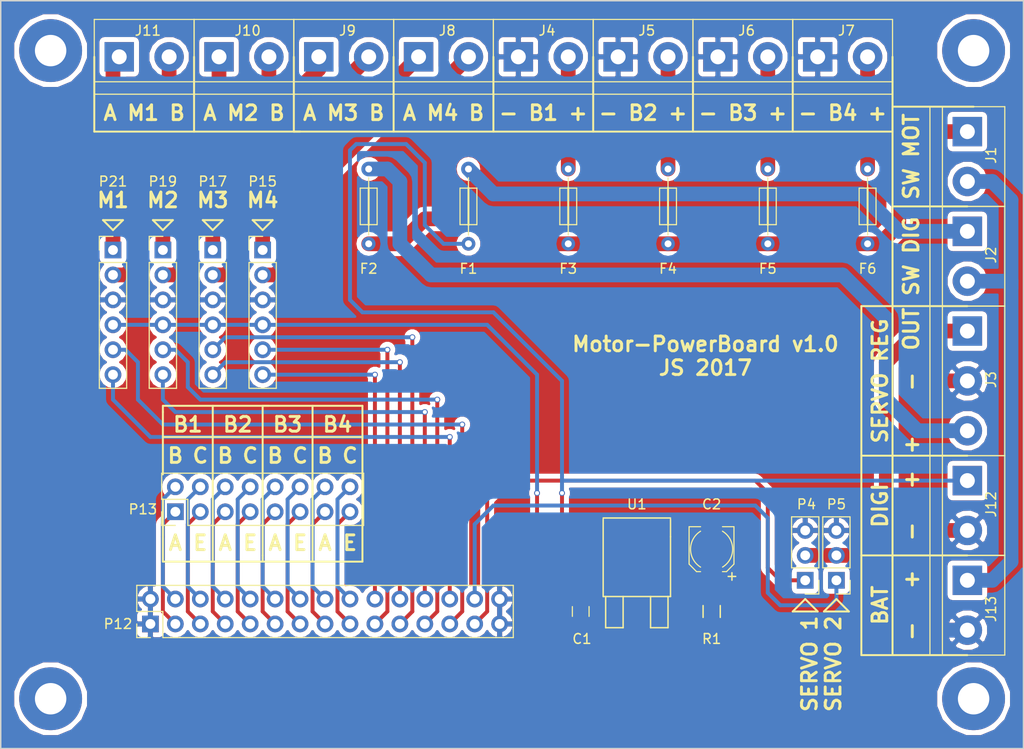
<source format=kicad_pcb>
(kicad_pcb (version 4) (host pcbnew 4.0.5)
  (layers (0 F.Cu signal) (31 B.Cu signal) (34 B.Paste user) (35 F.Paste user) (36 B.SilkS user) (37 F.SilkS user) (38 B.Mask user) (39 F.Mask user) (44 Edge.Cuts user))
  (net 0 "")
  (net 1 "Net-(C1-Pad1)")
  (net 2 GND)
  (net 3 "Net-(C2-Pad1)")
  (net 4 "Net-(F1-Pad2)")
  (net 5 "Net-(F2-Pad1)")
  (net 6 "Net-(F2-Pad2)")
  (net 7 "Net-(F3-Pad1)")
  (net 8 "Net-(F4-Pad1)")
  (net 9 "Net-(F5-Pad1)")
  (net 10 "Net-(F6-Pad1)")
  (net 11 "Net-(J1-Pad2)")
  (net 12 +6V)
  (net 13 "Net-(J8-Pad2)")
  (net 14 "Net-(J8-Pad1)")
  (net 15 "Net-(J9-Pad2)")
  (net 16 "Net-(J9-Pad1)")
  (net 17 "Net-(J10-Pad2)")
  (net 18 "Net-(J10-Pad1)")
  (net 19 "Net-(J11-Pad2)")
  (net 20 "Net-(J11-Pad1)")
  (net 21 /SERVO1)
  (net 22 /SERVO2)
  (net 23 /M1A)
  (net 24 /M1B)
  (net 25 /M1EN)
  (net 26 /M1AN)
  (net 27 /M2A)
  (net 28 /M2B)
  (net 29 /M2EN)
  (net 30 /M2AN)
  (net 31 /M3A)
  (net 32 /M3B)
  (net 33 /M3EN)
  (net 34 /M3AN)
  (net 35 /M4A)
  (net 36 /M4B)
  (net 37 /M4EN)
  (net 38 /M4AN)
  (net 39 /ENC1A)
  (net 40 /ENC1B)
  (net 41 /ENC2A)
  (net 42 /ENC2B)
  (net 43 /ENC3A)
  (net 44 /ENC3B)
  (net 45 /ENC4A)
  (net 46 /ENC4B)
  (net 47 +3V3)
  (module Resistors_THT:R_Axial_DIN0204_L3.6mm_D1.6mm_P7.62mm_Horizontal (layer F.Cu) (at 122.555 80.645 270)
    (fp_text reference F6 (at 10.16 0 360) (layer F.SilkS))
    (fp_text value Polyfuse)
    (pad 1 thru_hole circle (at 0 0 270) (size 1.4 1.4) (drill 0.7) (layers *.Cu *.Mask) (net 10 "Net-(F6-Pad1)"))
    (pad 2 thru_hole oval (at 7.62 0 270) (size 1.4 1.4) (drill 0.7) (layers *.Cu *.Mask) (net 6 "Net-(F2-Pad2)"))
  )
  (module Resistors_THT:R_Axial_DIN0204_L3.6mm_D1.6mm_P7.62mm_Horizontal (layer F.Cu) (at 112.395 80.645 270)
    (fp_text reference F5 (at 10.16 0 360) (layer F.SilkS))
    (fp_text value Polyfuse)
    (pad 1 thru_hole circle (at 0 0 270) (size 1.4 1.4) (drill 0.7) (layers *.Cu *.Mask) (net 9 "Net-(F5-Pad1)"))
    (pad 2 thru_hole oval (at 7.62 0 270) (size 1.4 1.4) (drill 0.7) (layers *.Cu *.Mask) (net 6 "Net-(F2-Pad2)"))
  )
  (module Resistors_THT:R_Axial_DIN0204_L3.6mm_D1.6mm_P7.62mm_Horizontal (layer F.Cu) (at 102.235 80.645 270)
    (fp_text reference F4 (at 10.16 0 360) (layer F.SilkS))
    (fp_text value Polyfuse)
    (pad 1 thru_hole circle (at 0 0 270) (size 1.4 1.4) (drill 0.7) (layers *.Cu *.Mask) (net 8 "Net-(F4-Pad1)"))
    (pad 2 thru_hole oval (at 7.62 0 270) (size 1.4 1.4) (drill 0.7) (layers *.Cu *.Mask) (net 6 "Net-(F2-Pad2)"))
  )
  (module Resistors_THT:R_Axial_DIN0204_L3.6mm_D1.6mm_P7.62mm_Horizontal (layer F.Cu) (at 92.075 80.645 270)
    (fp_text reference F3 (at 10.16 0 360) (layer F.SilkS))
    (fp_text value Polyfuse)
    (pad 1 thru_hole circle (at 0 0 270) (size 1.4 1.4) (drill 0.7) (layers *.Cu *.Mask) (net 7 "Net-(F3-Pad1)"))
    (pad 2 thru_hole oval (at 7.62 0 270) (size 1.4 1.4) (drill 0.7) (layers *.Cu *.Mask) (net 6 "Net-(F2-Pad2)"))
  )
  (module Capacitors_SMD:C_0805 (layer F.Cu) (at 93.345 125.73 90)
    (fp_text reference C1 (at -2.794 0.127 180) (layer F.SilkS))
    (fp_text value 100n)
    (pad 1 smd rect (at -1 0 90) (size 1 1.25) (layers F.Cu F.Paste F.Mask) (net 1 "Net-(C1-Pad1)"))
    (pad 2 smd rect (at 1 0 90) (size 1 1.25) (layers F.Cu F.Paste F.Mask) (net 2 GND))
  )
  (module Capacitors_SMD:CP_Elec_4x4.5 (layer F.Cu) (at 106.68 119.38 90)
    (fp_text reference C2 (at 4.572 0 360) (layer F.SilkS))
    (fp_text value 2u2)
    (fp_text user + (at -2.78 1.99 270) (layer F.SilkS))
    (pad 1 smd rect (at -1.8 0 270) (size 2.6 1.6) (layers F.Cu F.Paste F.Mask) (net 3 "Net-(C2-Pad1)"))
    (pad 2 smd rect (at 1.8 0 270) (size 2.6 1.6) (layers F.Cu F.Paste F.Mask) (net 2 GND))
  )
  (module Resistors_THT:R_Axial_DIN0204_L3.6mm_D1.6mm_P7.62mm_Horizontal (layer F.Cu) (at 81.915 88.265 90)
    (fp_text reference F1 (at -2.54 0 180) (layer F.SilkS))
    (fp_text value Polyfuse)
    (pad 1 thru_hole circle (at 0 0 90) (size 1.4 1.4) (drill 0.7) (layers *.Cu *.Mask) (net 1 "Net-(C1-Pad1)"))
    (pad 2 thru_hole oval (at 7.62 0 90) (size 1.4 1.4) (drill 0.7) (layers *.Cu *.Mask) (net 4 "Net-(F1-Pad2)"))
  )
  (module Resistors_THT:R_Axial_DIN0204_L3.6mm_D1.6mm_P7.62mm_Horizontal (layer F.Cu) (at 71.755 80.645 270)
    (fp_text reference F2 (at 10.16 0 360) (layer F.SilkS))
    (fp_text value Polyfuse)
    (pad 1 thru_hole circle (at 0 0 270) (size 1.4 1.4) (drill 0.7) (layers *.Cu *.Mask) (net 5 "Net-(F2-Pad1)"))
    (pad 2 thru_hole oval (at 7.62 0 270) (size 1.4 1.4) (drill 0.7) (layers *.Cu *.Mask) (net 6 "Net-(F2-Pad2)"))
  )
  (module Pin_Headers:Pin_Header_Straight_1x03_Pitch2.54mm (layer F.Cu) (at 116.205 122.555 180)
    (fp_text reference P4 (at -0.127 7.747 180) (layer F.SilkS))
    (fp_text value SERVO1)
    (pad 1 thru_hole rect (at 0 0 180) (size 1.7 1.7) (drill 1) (layers *.Cu *.Mask) (net 21 /SERVO1))
    (pad 2 thru_hole oval (at 0 2.54 180) (size 1.7 1.7) (drill 1) (layers *.Cu *.Mask) (net 12 +6V))
    (pad 3 thru_hole oval (at 0 5.08 180) (size 1.7 1.7) (drill 1) (layers *.Cu *.Mask) (net 2 GND))
  )
  (module Pin_Headers:Pin_Header_Straight_1x03_Pitch2.54mm (layer F.Cu) (at 119.38 122.555 180)
    (fp_text reference P5 (at 0 7.747 180) (layer F.SilkS))
    (fp_text value SERVO2)
    (pad 1 thru_hole rect (at 0 0 180) (size 1.7 1.7) (drill 1) (layers *.Cu *.Mask) (net 22 /SERVO2))
    (pad 2 thru_hole oval (at 0 2.54 180) (size 1.7 1.7) (drill 1) (layers *.Cu *.Mask) (net 12 +6V))
    (pad 3 thru_hole oval (at 0 5.08 180) (size 1.7 1.7) (drill 1) (layers *.Cu *.Mask) (net 2 GND))
  )
  (module Pin_Headers:Pin_Header_Straight_2x15_Pitch2.54mm (layer F.Cu) (at 49.53 127 90)
    (fp_text reference P12 (at 0 -3.302 180) (layer F.SilkS))
    (fp_text value MAIN)
    (pad 1 thru_hole rect (at 0 0 90) (size 1.7 1.7) (drill 1) (layers *.Cu *.Mask) (net 2 GND))
    (pad 2 thru_hole oval (at 2.54 0 90) (size 1.7 1.7) (drill 1) (layers *.Cu *.Mask) (net 2 GND))
    (pad 3 thru_hole oval (at 0 2.54 90) (size 1.7 1.7) (drill 1) (layers *.Cu *.Mask) (net 23 /M1A))
    (pad 4 thru_hole oval (at 2.54 2.54 90) (size 1.7 1.7) (drill 1) (layers *.Cu *.Mask) (net 24 /M1B))
    (pad 5 thru_hole oval (at 0 5.08 90) (size 1.7 1.7) (drill 1) (layers *.Cu *.Mask) (net 25 /M1EN))
    (pad 6 thru_hole oval (at 2.54 5.08 90) (size 1.7 1.7) (drill 1) (layers *.Cu *.Mask) (net 26 /M1AN))
    (pad 7 thru_hole oval (at 0 7.62 90) (size 1.7 1.7) (drill 1) (layers *.Cu *.Mask) (net 27 /M2A))
    (pad 8 thru_hole oval (at 2.54 7.62 90) (size 1.7 1.7) (drill 1) (layers *.Cu *.Mask) (net 28 /M2B))
    (pad 9 thru_hole oval (at 0 10.16 90) (size 1.7 1.7) (drill 1) (layers *.Cu *.Mask) (net 29 /M2EN))
    (pad 10 thru_hole oval (at 2.54 10.16 90) (size 1.7 1.7) (drill 1) (layers *.Cu *.Mask) (net 30 /M2AN))
    (pad 11 thru_hole oval (at 0 12.7 90) (size 1.7 1.7) (drill 1) (layers *.Cu *.Mask) (net 31 /M3A))
    (pad 12 thru_hole oval (at 2.54 12.7 90) (size 1.7 1.7) (drill 1) (layers *.Cu *.Mask) (net 32 /M3B))
    (pad 13 thru_hole oval (at 0 15.24 90) (size 1.7 1.7) (drill 1) (layers *.Cu *.Mask) (net 33 /M3EN))
    (pad 14 thru_hole oval (at 2.54 15.24 90) (size 1.7 1.7) (drill 1) (layers *.Cu *.Mask) (net 34 /M3AN))
    (pad 15 thru_hole oval (at 0 17.78 90) (size 1.7 1.7) (drill 1) (layers *.Cu *.Mask) (net 35 /M4A))
    (pad 16 thru_hole oval (at 2.54 17.78 90) (size 1.7 1.7) (drill 1) (layers *.Cu *.Mask) (net 36 /M4B))
    (pad 17 thru_hole oval (at 0 20.32 90) (size 1.7 1.7) (drill 1) (layers *.Cu *.Mask) (net 37 /M4EN))
    (pad 18 thru_hole oval (at 2.54 20.32 90) (size 1.7 1.7) (drill 1) (layers *.Cu *.Mask) (net 38 /M4AN))
    (pad 19 thru_hole oval (at 0 22.86 90) (size 1.7 1.7) (drill 1) (layers *.Cu *.Mask) (net 39 /ENC1A))
    (pad 20 thru_hole oval (at 2.54 22.86 90) (size 1.7 1.7) (drill 1) (layers *.Cu *.Mask) (net 40 /ENC1B))
    (pad 21 thru_hole oval (at 0 25.4 90) (size 1.7 1.7) (drill 1) (layers *.Cu *.Mask) (net 41 /ENC2A))
    (pad 22 thru_hole oval (at 2.54 25.4 90) (size 1.7 1.7) (drill 1) (layers *.Cu *.Mask) (net 42 /ENC2B))
    (pad 23 thru_hole oval (at 0 27.94 90) (size 1.7 1.7) (drill 1) (layers *.Cu *.Mask) (net 43 /ENC3A))
    (pad 24 thru_hole oval (at 2.54 27.94 90) (size 1.7 1.7) (drill 1) (layers *.Cu *.Mask) (net 44 /ENC3B))
    (pad 25 thru_hole oval (at 0 30.48 90) (size 1.7 1.7) (drill 1) (layers *.Cu *.Mask) (net 45 /ENC4A))
    (pad 26 thru_hole oval (at 2.54 30.48 90) (size 1.7 1.7) (drill 1) (layers *.Cu *.Mask) (net 46 /ENC4B))
    (pad 27 thru_hole oval (at 0 33.02 90) (size 1.7 1.7) (drill 1) (layers *.Cu *.Mask) (net 21 /SERVO1))
    (pad 28 thru_hole oval (at 2.54 33.02 90) (size 1.7 1.7) (drill 1) (layers *.Cu *.Mask) (net 22 /SERVO2))
    (pad 29 thru_hole oval (at 0 35.56 90) (size 1.7 1.7) (drill 1) (layers *.Cu *.Mask) (net 2 GND))
    (pad 30 thru_hole oval (at 2.54 35.56 90) (size 1.7 1.7) (drill 1) (layers *.Cu *.Mask) (net 2 GND))
  )
  (module Pin_Headers:Pin_Header_Straight_2x08_Pitch2.54mm (layer F.Cu) (at 52.07 115.57 90)
    (fp_text reference P13 (at 0.254 -3.302 180) (layer F.SilkS))
    (fp_text value MOTORS)
    (pad 1 thru_hole rect (at 0 0 90) (size 1.7 1.7) (drill 1) (layers *.Cu *.Mask) (net 23 /M1A))
    (pad 2 thru_hole oval (at 2.54 0 90) (size 1.7 1.7) (drill 1) (layers *.Cu *.Mask) (net 24 /M1B))
    (pad 3 thru_hole oval (at 0 2.54 90) (size 1.7 1.7) (drill 1) (layers *.Cu *.Mask) (net 25 /M1EN))
    (pad 4 thru_hole oval (at 2.54 2.54 90) (size 1.7 1.7) (drill 1) (layers *.Cu *.Mask) (net 26 /M1AN))
    (pad 5 thru_hole oval (at 0 5.08 90) (size 1.7 1.7) (drill 1) (layers *.Cu *.Mask) (net 27 /M2A))
    (pad 6 thru_hole oval (at 2.54 5.08 90) (size 1.7 1.7) (drill 1) (layers *.Cu *.Mask) (net 28 /M2B))
    (pad 7 thru_hole oval (at 0 7.62 90) (size 1.7 1.7) (drill 1) (layers *.Cu *.Mask) (net 29 /M2EN))
    (pad 8 thru_hole oval (at 2.54 7.62 90) (size 1.7 1.7) (drill 1) (layers *.Cu *.Mask) (net 30 /M2AN))
    (pad 9 thru_hole oval (at 0 10.16 90) (size 1.7 1.7) (drill 1) (layers *.Cu *.Mask) (net 31 /M3A))
    (pad 10 thru_hole oval (at 2.54 10.16 90) (size 1.7 1.7) (drill 1) (layers *.Cu *.Mask) (net 32 /M3B))
    (pad 11 thru_hole oval (at 0 12.7 90) (size 1.7 1.7) (drill 1) (layers *.Cu *.Mask) (net 33 /M3EN))
    (pad 12 thru_hole oval (at 2.54 12.7 90) (size 1.7 1.7) (drill 1) (layers *.Cu *.Mask) (net 34 /M3AN))
    (pad 13 thru_hole oval (at 0 15.24 90) (size 1.7 1.7) (drill 1) (layers *.Cu *.Mask) (net 35 /M4A))
    (pad 14 thru_hole oval (at 2.54 15.24 90) (size 1.7 1.7) (drill 1) (layers *.Cu *.Mask) (net 36 /M4B))
    (pad 15 thru_hole oval (at 0 17.78 90) (size 1.7 1.7) (drill 1) (layers *.Cu *.Mask) (net 37 /M4EN))
    (pad 16 thru_hole oval (at 2.54 17.78 90) (size 1.7 1.7) (drill 1) (layers *.Cu *.Mask) (net 38 /M4AN))
  )
  (module Pin_Headers:Pin_Header_Straight_1x06_Pitch2.54mm (layer F.Cu) (at 60.96 88.9)
    (fp_text reference P15 (at 0 -6.985) (layer F.SilkS))
    (fp_text value MOTOR1)
    (pad 1 thru_hole rect (at 0 0) (size 1.7 1.7) (drill 1) (layers *.Cu *.Mask) (net 14 "Net-(J8-Pad1)"))
    (pad 2 thru_hole oval (at 0 2.54) (size 1.7 1.7) (drill 1) (layers *.Cu *.Mask) (net 13 "Net-(J8-Pad2)"))
    (pad 3 thru_hole oval (at 0 5.08) (size 1.7 1.7) (drill 1) (layers *.Cu *.Mask) (net 2 GND))
    (pad 4 thru_hole oval (at 0 7.62) (size 1.7 1.7) (drill 1) (layers *.Cu *.Mask) (net 47 +3V3))
    (pad 5 thru_hole oval (at 0 10.16) (size 1.7 1.7) (drill 1) (layers *.Cu *.Mask) (net 39 /ENC1A))
    (pad 6 thru_hole oval (at 0 12.7) (size 1.7 1.7) (drill 1) (layers *.Cu *.Mask) (net 40 /ENC1B))
  )
  (module Pin_Headers:Pin_Header_Straight_1x06_Pitch2.54mm (layer F.Cu) (at 55.88 88.9)
    (fp_text reference P17 (at 0 -6.985) (layer F.SilkS))
    (fp_text value MOTOR2)
    (pad 1 thru_hole rect (at 0 0) (size 1.7 1.7) (drill 1) (layers *.Cu *.Mask) (net 16 "Net-(J9-Pad1)"))
    (pad 2 thru_hole oval (at 0 2.54) (size 1.7 1.7) (drill 1) (layers *.Cu *.Mask) (net 15 "Net-(J9-Pad2)"))
    (pad 3 thru_hole oval (at 0 5.08) (size 1.7 1.7) (drill 1) (layers *.Cu *.Mask) (net 2 GND))
    (pad 4 thru_hole oval (at 0 7.62) (size 1.7 1.7) (drill 1) (layers *.Cu *.Mask) (net 47 +3V3))
    (pad 5 thru_hole oval (at 0 10.16) (size 1.7 1.7) (drill 1) (layers *.Cu *.Mask) (net 41 /ENC2A))
    (pad 6 thru_hole oval (at 0 12.7) (size 1.7 1.7) (drill 1) (layers *.Cu *.Mask) (net 42 /ENC2B))
  )
  (module Pin_Headers:Pin_Header_Straight_1x06_Pitch2.54mm (layer F.Cu) (at 50.8 88.9)
    (fp_text reference P19 (at 0 -6.985) (layer F.SilkS))
    (fp_text value MOTOR3)
    (pad 1 thru_hole rect (at 0 0) (size 1.7 1.7) (drill 1) (layers *.Cu *.Mask) (net 18 "Net-(J10-Pad1)"))
    (pad 2 thru_hole oval (at 0 2.54) (size 1.7 1.7) (drill 1) (layers *.Cu *.Mask) (net 17 "Net-(J10-Pad2)"))
    (pad 3 thru_hole oval (at 0 5.08) (size 1.7 1.7) (drill 1) (layers *.Cu *.Mask) (net 2 GND))
    (pad 4 thru_hole oval (at 0 7.62) (size 1.7 1.7) (drill 1) (layers *.Cu *.Mask) (net 47 +3V3))
    (pad 5 thru_hole oval (at 0 10.16) (size 1.7 1.7) (drill 1) (layers *.Cu *.Mask) (net 43 /ENC3A))
    (pad 6 thru_hole oval (at 0 12.7) (size 1.7 1.7) (drill 1) (layers *.Cu *.Mask) (net 44 /ENC3B))
  )
  (module Pin_Headers:Pin_Header_Straight_1x06_Pitch2.54mm (layer F.Cu) (at 45.72 88.9)
    (fp_text reference P21 (at 0 -6.985) (layer F.SilkS))
    (fp_text value MOTOR4)
    (pad 1 thru_hole rect (at 0 0) (size 1.7 1.7) (drill 1) (layers *.Cu *.Mask) (net 20 "Net-(J11-Pad1)"))
    (pad 2 thru_hole oval (at 0 2.54) (size 1.7 1.7) (drill 1) (layers *.Cu *.Mask) (net 19 "Net-(J11-Pad2)"))
    (pad 3 thru_hole oval (at 0 5.08) (size 1.7 1.7) (drill 1) (layers *.Cu *.Mask) (net 2 GND))
    (pad 4 thru_hole oval (at 0 7.62) (size 1.7 1.7) (drill 1) (layers *.Cu *.Mask) (net 47 +3V3))
    (pad 5 thru_hole oval (at 0 10.16) (size 1.7 1.7) (drill 1) (layers *.Cu *.Mask) (net 45 /ENC4A))
    (pad 6 thru_hole oval (at 0 12.7) (size 1.7 1.7) (drill 1) (layers *.Cu *.Mask) (net 46 /ENC4B))
  )
  (module Resistors_SMD:R_0805 (layer F.Cu) (at 106.68 125.73 90)
    (fp_text reference R1 (at -2.794 0 180) (layer F.SilkS))
    (fp_text value 1R)
    (pad 1 smd rect (at -0.95 0 90) (size 0.7 1.3) (layers F.Cu F.Paste F.Mask) (net 47 +3V3))
    (pad 2 smd rect (at 0.95 0 90) (size 0.7 1.3) (layers F.Cu F.Paste F.Mask) (net 3 "Net-(C2-Pad1)"))
  )
  (module TO_SOT_Packages_SMD:TO-252-2Lead (layer F.Cu) (at 99.06 125.73)
    (fp_text reference U1 (at 0 -10.922) (layer F.SilkS))
    (fp_text value LF33ABDT-TR)
    (pad 1 smd rect (at -2.286 0) (size 1.651 3.048) (layers F.Cu F.Paste F.Mask) (net 1 "Net-(C1-Pad1)"))
    (pad 2 smd rect (at 0 -6.35) (size 6.096 6.096) (layers F.Cu F.Paste F.Mask) (net 2 GND))
    (pad 3 smd rect (at 2.286 0) (size 1.651 3.048) (layers F.Cu F.Paste F.Mask) (net 47 +3V3))
  )
  (module Connectors:bornier2 (layer F.Cu) (at 132.715 76.835 270)
    (fp_text reference J1 (at 2.413 -2.413 270) (layer F.SilkS))
    (fp_text value SWITCH_MOTORS)
    (pad 1 thru_hole rect (at 0 0 270) (size 3 3) (drill 1.52) (layers *.Cu *.Mask) (net 6 "Net-(F2-Pad2)"))
    (pad 2 thru_hole circle (at 5.08 0 270) (size 3 3) (drill 1.52) (layers *.Cu *.Mask) (net 11 "Net-(J1-Pad2)"))
  )
  (module Connectors:bornier2 (layer F.Cu) (at 132.715 86.995 270)
    (fp_text reference J2 (at 2.413 -2.413 270) (layer F.SilkS))
    (fp_text value SWITCH_DIGITAL)
    (pad 1 thru_hole rect (at 0 0 270) (size 3 3) (drill 1.52) (layers *.Cu *.Mask) (net 4 "Net-(F1-Pad2)"))
    (pad 2 thru_hole circle (at 5.08 0 270) (size 3 3) (drill 1.52) (layers *.Cu *.Mask) (net 11 "Net-(J1-Pad2)"))
  )
  (module Connectors:bornier3 (layer F.Cu) (at 132.715 97.155 270)
    (fp_text reference J3 (at 4.953 -2.413 270) (layer F.SilkS))
    (fp_text value POWER_REG_SERVO)
    (pad 1 thru_hole rect (at 0 0 270) (size 3 3) (drill 1.52) (layers *.Cu *.Mask) (net 12 +6V))
    (pad 2 thru_hole circle (at 5.08 0 270) (size 3 3) (drill 1.52) (layers *.Cu *.Mask) (net 2 GND))
    (pad 3 thru_hole circle (at 10.16 0 270) (size 3 3) (drill 1.52) (layers *.Cu *.Mask) (net 5 "Net-(F2-Pad1)"))
  )
  (module Connectors:bornier2 (layer F.Cu) (at 86.995 69.215)
    (fp_text reference J4 (at 2.921 -2.667) (layer F.SilkS))
    (fp_text value POWER_BRIDGE1)
    (pad 1 thru_hole rect (at 0 0) (size 3 3) (drill 1.52) (layers *.Cu *.Mask) (net 2 GND))
    (pad 2 thru_hole circle (at 5.08 0) (size 3 3) (drill 1.52) (layers *.Cu *.Mask) (net 7 "Net-(F3-Pad1)"))
  )
  (module Connectors:bornier2 (layer F.Cu) (at 97.155 69.215)
    (fp_text reference J5 (at 2.921 -2.667) (layer F.SilkS))
    (fp_text value POWER_BRIDGE2)
    (pad 1 thru_hole rect (at 0 0) (size 3 3) (drill 1.52) (layers *.Cu *.Mask) (net 2 GND))
    (pad 2 thru_hole circle (at 5.08 0) (size 3 3) (drill 1.52) (layers *.Cu *.Mask) (net 8 "Net-(F4-Pad1)"))
  )
  (module Connectors:bornier2 (layer F.Cu) (at 107.315 69.215)
    (fp_text reference J6 (at 2.921 -2.667) (layer F.SilkS))
    (fp_text value POWER_BRIDGE3)
    (pad 1 thru_hole rect (at 0 0) (size 3 3) (drill 1.52) (layers *.Cu *.Mask) (net 2 GND))
    (pad 2 thru_hole circle (at 5.08 0) (size 3 3) (drill 1.52) (layers *.Cu *.Mask) (net 9 "Net-(F5-Pad1)"))
  )
  (module Connectors:bornier2 (layer F.Cu) (at 117.475 69.215)
    (fp_text reference J7 (at 2.921 -2.667) (layer F.SilkS))
    (fp_text value POWER_BRIDGE4)
    (pad 1 thru_hole rect (at 0 0) (size 3 3) (drill 1.52) (layers *.Cu *.Mask) (net 2 GND))
    (pad 2 thru_hole circle (at 5.08 0) (size 3 3) (drill 1.52) (layers *.Cu *.Mask) (net 10 "Net-(F6-Pad1)"))
  )
  (module Connectors:bornier2 (layer F.Cu) (at 76.835 69.215)
    (fp_text reference J8 (at 2.921 -2.667) (layer F.SilkS))
    (fp_text value OUT-BRIDGE1)
    (pad 1 thru_hole rect (at 0 0) (size 3 3) (drill 1.52) (layers *.Cu *.Mask) (net 14 "Net-(J8-Pad1)"))
    (pad 2 thru_hole circle (at 5.08 0) (size 3 3) (drill 1.52) (layers *.Cu *.Mask) (net 13 "Net-(J8-Pad2)"))
  )
  (module Connectors:bornier2 (layer F.Cu) (at 66.675 69.215)
    (fp_text reference J9 (at 2.921 -2.667) (layer F.SilkS))
    (fp_text value OUT-BRIDGE2)
    (pad 1 thru_hole rect (at 0 0) (size 3 3) (drill 1.52) (layers *.Cu *.Mask) (net 16 "Net-(J9-Pad1)"))
    (pad 2 thru_hole circle (at 5.08 0) (size 3 3) (drill 1.52) (layers *.Cu *.Mask) (net 15 "Net-(J9-Pad2)"))
  )
  (module Connectors:bornier2 (layer F.Cu) (at 56.515 69.215)
    (fp_text reference J10 (at 2.921 -2.667) (layer F.SilkS))
    (fp_text value OUT-BRIDGE3)
    (pad 1 thru_hole rect (at 0 0) (size 3 3) (drill 1.52) (layers *.Cu *.Mask) (net 18 "Net-(J10-Pad1)"))
    (pad 2 thru_hole circle (at 5.08 0) (size 3 3) (drill 1.52) (layers *.Cu *.Mask) (net 17 "Net-(J10-Pad2)"))
  )
  (module Connectors:bornier2 (layer F.Cu) (at 46.355 69.215)
    (fp_text reference J11 (at 2.921 -2.667) (layer F.SilkS))
    (fp_text value OUT-BRIDGE4)
    (pad 1 thru_hole rect (at 0 0) (size 3 3) (drill 1.52) (layers *.Cu *.Mask) (net 20 "Net-(J11-Pad1)"))
    (pad 2 thru_hole circle (at 5.08 0) (size 3 3) (drill 1.52) (layers *.Cu *.Mask) (net 19 "Net-(J11-Pad2)"))
  )
  (module Connectors:bornier2 (layer F.Cu) (at 132.715 112.395 270)
    (fp_text reference J12 (at 2.413 -2.413 270) (layer F.SilkS))
    (fp_text value DIGITAL_POWER)
    (pad 1 thru_hole rect (at 0 0 270) (size 3 3) (drill 1.52) (layers *.Cu *.Mask) (net 1 "Net-(C1-Pad1)"))
    (pad 2 thru_hole circle (at 5.08 0 270) (size 3 3) (drill 1.52) (layers *.Cu *.Mask) (net 2 GND))
  )
  (module Connectors:bornier2 (layer F.Cu) (at 132.715 122.555 270)
    (fp_text reference J13 (at 2.921 -2.413 270) (layer F.SilkS))
    (fp_text value BATTERY)
    (pad 1 thru_hole rect (at 0 0 270) (size 3 3) (drill 1.52) (layers *.Cu *.Mask) (net 11 "Net-(J1-Pad2)"))
    (pad 2 thru_hole circle (at 5.08 0 270) (size 3 3) (drill 1.52) (layers *.Cu *.Mask) (net 2 GND))
  )
  (module Mounting_Holes:MountingHole_3.2mm_M3_Pad (layer F.Cu) (at 133.35 68.58)
    (fp_text reference "" (at 0 -4.2) (layer F.SilkS))
    (fp_text value MountingHole_3.2mm_M3_Pad)
    (pad 1 thru_hole circle (at 0 0) (size 6.4 6.4) (drill 3.2) (layers *.Cu *.Mask))
  )
  (module Mounting_Holes:MountingHole_3.2mm_M3_Pad (layer F.Cu) (at 39.37 68.58)
    (fp_text reference "" (at 0 -4.2) (layer F.SilkS))
    (fp_text value MountingHole_3.2mm_M3_Pad)
    (pad 1 thru_hole circle (at 0 0) (size 6.4 6.4) (drill 3.2) (layers *.Cu *.Mask))
  )
  (module Mounting_Holes:MountingHole_3.2mm_M3_Pad (layer F.Cu) (at 39.37 134.62)
    (fp_text reference "" (at 0 -4.2) (layer F.SilkS))
    (fp_text value MountingHole_3.2mm_M3_Pad)
    (pad 1 thru_hole circle (at 0 0) (size 6.4 6.4) (drill 3.2) (layers *.Cu *.Mask))
  )
  (module Mounting_Holes:MountingHole_3.2mm_M3_Pad (layer F.Cu) (at 133.35 134.62)
    (fp_text reference "" (at 0 -4.2) (layer F.SilkS))
    (fp_text value MountingHole_3.2mm_M3_Pad)
    (pad 1 thru_hole circle (at 0 0) (size 6.4 6.4) (drill 3.2) (layers *.Cu *.Mask))
  )
  (gr_text "Motor-PowerBoard v1.0\nJS 2017" (at 106.045 99.695) (layer F.SilkS) (effects (font (size 1.5 1.5) (thickness 0.3))))
  (gr_line (start 34.29 139.7) (end 34.29 63.5) (angle 90) (layer Edge.Cuts) (width 0.15))
  (gr_line (start 138.43 139.7) (end 34.29 139.7) (angle 90) (layer Edge.Cuts) (width 0.15))
  (gr_line (start 138.43 63.5) (end 138.43 139.7) (angle 90) (layer Edge.Cuts) (width 0.15))
  (gr_line (start 34.29 63.5) (end 138.43 63.5) (angle 90) (layer Edge.Cuts) (width 0.15))
  (gr_line (start 55.88 107.95) (end 55.88 104.775) (angle 90) (layer F.SilkS) (width 0.2))
  (gr_line (start 60.96 104.775) (end 61.595 104.775) (angle 90) (layer F.SilkS) (width 0.2))
  (gr_line (start 60.96 107.95) (end 60.96 104.775) (angle 90) (layer F.SilkS) (width 0.2))
  (gr_line (start 66.04 107.95) (end 66.04 104.775) (angle 90) (layer F.SilkS) (width 0.2))
  (gr_line (start 71.12 104.775) (end 71.12 107.95) (angle 90) (layer F.SilkS) (width 0.2))
  (gr_line (start 50.8 104.775) (end 71.12 104.775) (angle 90) (layer F.SilkS) (width 0.2))
  (gr_line (start 50.8 105.41) (end 50.8 104.775) (angle 90) (layer F.SilkS) (width 0.2))
  (gr_line (start 50.8 107.95) (end 50.8 105.41) (angle 90) (layer F.SilkS) (width 0.2))
  (gr_text B4 (at 68.58 106.68) (layer F.SilkS) (effects (font (size 1.5 1.5) (thickness 0.3))))
  (gr_text B3 (at 63.5 106.68) (layer F.SilkS) (effects (font (size 1.5 1.5) (thickness 0.3))))
  (gr_text B2 (at 58.42 106.68) (layer F.SilkS) (effects (font (size 1.5 1.5) (thickness 0.3))))
  (gr_text B1 (at 53.34 106.68) (layer F.SilkS) (effects (font (size 1.5 1.5) (thickness 0.3))))
  (gr_line (start 121.92 130.175) (end 125.095 130.175) (angle 90) (layer F.SilkS) (width 0.2))
  (gr_line (start 121.92 120.015) (end 121.92 130.175) (angle 90) (layer F.SilkS) (width 0.2))
  (gr_text BAT (at 123.825 125.095 90) (layer F.SilkS) (effects (font (size 1.5 1.5) (thickness 0.3))))
  (gr_text DIGI (at 123.825 114.935 90) (layer F.SilkS) (effects (font (size 1.5 1.5) (thickness 0.3))))
  (gr_text "SERVO REG" (at 123.825 102.235 90) (layer F.SilkS) (effects (font (size 1.5 1.5) (thickness 0.3))))
  (gr_line (start 71.755 82.55) (end 71.755 86.36) (angle 90) (layer F.SilkS) (width 0.2))
  (gr_line (start 81.915 86.36) (end 81.915 82.55) (angle 90) (layer F.SilkS) (width 0.2))
  (gr_line (start 92.075 82.55) (end 92.075 86.36) (angle 90) (layer F.SilkS) (width 0.2))
  (gr_line (start 102.235 86.36) (end 102.235 82.55) (angle 90) (layer F.SilkS) (width 0.2))
  (gr_line (start 112.395 86.36) (end 112.395 82.55) (angle 90) (layer F.SilkS) (width 0.2))
  (gr_line (start 122.555 86.36) (end 122.555 82.55) (angle 90) (layer F.SilkS) (width 0.2))
  (gr_line (start 71.12 120.65) (end 66.04 120.65) (angle 90) (layer F.SilkS) (width 0.2))
  (gr_line (start 71.12 107.95) (end 71.12 120.65) (angle 90) (layer F.SilkS) (width 0.2))
  (gr_line (start 66.04 107.95) (end 71.12 107.95) (angle 90) (layer F.SilkS) (width 0.2))
  (gr_line (start 66.04 120.65) (end 60.96 120.65) (angle 90) (layer F.SilkS) (width 0.2))
  (gr_line (start 66.04 107.95) (end 66.04 120.65) (angle 90) (layer F.SilkS) (width 0.2))
  (gr_line (start 60.96 107.95) (end 66.04 107.95) (angle 90) (layer F.SilkS) (width 0.2))
  (gr_line (start 60.96 120.65) (end 55.88 120.65) (angle 90) (layer F.SilkS) (width 0.2))
  (gr_line (start 60.96 120.015) (end 60.96 120.65) (angle 90) (layer F.SilkS) (width 0.2))
  (gr_line (start 60.96 107.95) (end 60.96 120.015) (angle 90) (layer F.SilkS) (width 0.2))
  (gr_line (start 55.88 107.95) (end 60.96 107.95) (angle 90) (layer F.SilkS) (width 0.2))
  (gr_line (start 50.8 120.65) (end 50.8 114.3) (angle 90) (layer F.SilkS) (width 0.2))
  (gr_line (start 55.88 120.65) (end 50.8 120.65) (angle 90) (layer F.SilkS) (width 0.2))
  (gr_line (start 55.88 107.95) (end 55.88 120.65) (angle 90) (layer F.SilkS) (width 0.2))
  (gr_line (start 50.8 107.95) (end 55.88 107.95) (angle 90) (layer F.SilkS) (width 0.2))
  (gr_line (start 50.8 111.76) (end 50.8 107.95) (angle 90) (layer F.SilkS) (width 0.2))
  (gr_line (start 132.715 109.855) (end 121.92 109.855) (angle 90) (layer F.SilkS) (width 0.2))
  (gr_line (start 121.92 120.015) (end 125.095 120.015) (angle 90) (layer F.SilkS) (width 0.2))
  (gr_line (start 121.92 94.615) (end 121.92 120.015) (angle 90) (layer F.SilkS) (width 0.2))
  (gr_line (start 132.715 94.615) (end 121.92 94.615) (angle 90) (layer F.SilkS) (width 0.2))
  (gr_line (start 132.715 84.455) (end 125.095 84.455) (angle 90) (layer F.SilkS) (width 0.2))
  (gr_line (start 125.095 120.015) (end 125.095 120.65) (angle 90) (layer F.SilkS) (width 0.2))
  (gr_line (start 132.715 120.015) (end 125.095 120.015) (angle 90) (layer F.SilkS) (width 0.2))
  (gr_line (start 125.095 130.175) (end 132.715 130.175) (angle 90) (layer F.SilkS) (width 0.2))
  (gr_line (start 125.095 74.295) (end 125.095 130.175) (angle 90) (layer F.SilkS) (width 0.2))
  (gr_line (start 133.35 74.295) (end 125.095 74.295) (angle 90) (layer F.SilkS) (width 0.2))
  (gr_line (start 125.095 76.835) (end 125.095 69.215) (angle 90) (layer F.SilkS) (width 0.2))
  (gr_line (start 53.975 69.215) (end 53.975 76.835) (angle 90) (layer F.SilkS) (width 0.2))
  (gr_line (start 64.135 76.835) (end 64.77 76.835) (angle 90) (layer F.SilkS) (width 0.2))
  (gr_line (start 64.135 69.215) (end 64.135 76.835) (angle 90) (layer F.SilkS) (width 0.2))
  (gr_line (start 74.295 69.215) (end 74.295 76.835) (angle 90) (layer F.SilkS) (width 0.2))
  (gr_line (start 84.455 69.215) (end 84.455 76.835) (angle 90) (layer F.SilkS) (width 0.2))
  (gr_line (start 94.615 69.215) (end 94.615 76.835) (angle 90) (layer F.SilkS) (width 0.2))
  (gr_line (start 104.775 69.215) (end 104.775 76.835) (angle 90) (layer F.SilkS) (width 0.2))
  (gr_line (start 114.935 69.215) (end 114.935 76.835) (angle 90) (layer F.SilkS) (width 0.2))
  (gr_line (start 43.815 76.835) (end 125.095 76.835) (angle 90) (layer F.SilkS) (width 0.2))
  (gr_line (start 43.815 69.215) (end 43.815 76.835) (angle 90) (layer F.SilkS) (width 0.2))
  (gr_text E (at 69.85 118.745) (layer F.SilkS) (effects (font (size 1.5 1.5) (thickness 0.3))))
  (gr_text E (at 64.77 118.745) (layer F.SilkS) (effects (font (size 1.5 1.5) (thickness 0.3))))
  (gr_text E (at 59.69 118.745) (layer F.SilkS) (effects (font (size 1.5 1.5) (thickness 0.3))))
  (gr_text A (at 67.31 118.745) (layer F.SilkS) (effects (font (size 1.5 1.5) (thickness 0.3))))
  (gr_text A (at 62.23 118.745) (layer F.SilkS) (effects (font (size 1.5 1.5) (thickness 0.3))))
  (gr_text A (at 57.15 118.745) (layer F.SilkS) (effects (font (size 1.5 1.5) (thickness 0.3))))
  (gr_text E (at 54.61 118.745) (layer F.SilkS) (effects (font (size 1.5 1.5) (thickness 0.3))))
  (gr_text A (at 52.07 118.745) (layer F.SilkS) (effects (font (size 1.5 1.5) (thickness 0.3))))
  (gr_text C (at 69.85 109.855) (layer F.SilkS) (effects (font (size 1.5 1.5) (thickness 0.3))))
  (gr_text C (at 64.77 109.855) (layer F.SilkS) (effects (font (size 1.5 1.5) (thickness 0.3))))
  (gr_text C (at 59.69 109.855) (layer F.SilkS) (effects (font (size 1.5 1.5) (thickness 0.3))))
  (gr_text B (at 67.31 109.855) (layer F.SilkS) (effects (font (size 1.5 1.5) (thickness 0.3))))
  (gr_text B (at 62.23 109.855) (layer F.SilkS) (effects (font (size 1.5 1.5) (thickness 0.3))))
  (gr_text B (at 52.07 109.855) (layer F.SilkS) (effects (font (size 1.5 1.5) (thickness 0.3))))
  (gr_text C (at 54.61 109.855) (layer F.SilkS) (effects (font (size 1.5 1.5) (thickness 0.3))))
  (gr_text B (at 57.15 109.855) (layer F.SilkS) (effects (font (size 1.5 1.5) (thickness 0.3))))
  (gr_line (start 119.38 124.46) (end 118.11 125.73) (angle 90) (layer F.SilkS) (width 0.2))
  (gr_line (start 120.65 125.73) (end 119.38 124.46) (angle 90) (layer F.SilkS) (width 0.2))
  (gr_line (start 118.11 125.73) (end 120.65 125.73) (angle 90) (layer F.SilkS) (width 0.2))
  (gr_line (start 117.475 125.73) (end 116.205 124.46) (angle 90) (layer F.SilkS) (width 0.2))
  (gr_line (start 116.84 125.73) (end 117.475 125.73) (angle 90) (layer F.SilkS) (width 0.2))
  (gr_line (start 114.935 125.73) (end 116.84 125.73) (angle 90) (layer F.SilkS) (width 0.2))
  (gr_line (start 116.205 124.46) (end 114.935 125.73) (angle 90) (layer F.SilkS) (width 0.2))
  (gr_line (start 59.944 85.852) (end 60.96 86.868) (angle 90) (layer F.SilkS) (width 0.2))
  (gr_line (start 61.976 85.852) (end 59.944 85.852) (angle 90) (layer F.SilkS) (width 0.2))
  (gr_line (start 60.96 86.868) (end 61.976 85.852) (angle 90) (layer F.SilkS) (width 0.2))
  (gr_line (start 54.864 85.852) (end 55.88 86.868) (angle 90) (layer F.SilkS) (width 0.2))
  (gr_line (start 56.896 85.852) (end 54.864 85.852) (angle 90) (layer F.SilkS) (width 0.2))
  (gr_line (start 55.88 86.868) (end 56.896 85.852) (angle 90) (layer F.SilkS) (width 0.2))
  (gr_line (start 49.784 85.852) (end 50.8 86.868) (angle 90) (layer F.SilkS) (width 0.2))
  (gr_line (start 51.816 85.852) (end 49.784 85.852) (angle 90) (layer F.SilkS) (width 0.2))
  (gr_line (start 50.8 86.868) (end 51.816 85.852) (angle 90) (layer F.SilkS) (width 0.2))
  (gr_line (start 44.704 85.852) (end 45.72 86.868) (angle 90) (layer F.SilkS) (width 0.2))
  (gr_line (start 46.736 85.852) (end 44.704 85.852) (angle 90) (layer F.SilkS) (width 0.2))
  (gr_line (start 45.72 86.868) (end 46.736 85.852) (angle 90) (layer F.SilkS) (width 0.2))
  (gr_text "SERVO 1\nSERVO 2" (at 117.856 131.064 90) (layer F.SilkS) (effects (font (size 1.5 1.5) (thickness 0.3))))
  (gr_text "-   +" (at 127 125.095 90) (layer F.SilkS) (effects (font (size 1.5 1.5) (thickness 0.3))))
  (gr_text "-   +" (at 127 114.935 90) (layer F.SilkS) (effects (font (size 1.5 1.5) (thickness 0.3))))
  (gr_text "+    -  OUT" (at 127 102.235 90) (layer F.SilkS) (effects (font (size 1.5 1.5) (thickness 0.3))))
  (gr_text "SW DIG" (at 127 89.535 90) (layer F.SilkS) (effects (font (size 1.5 1.5) (thickness 0.3))))
  (gr_text "SW MOT" (at 127 79.375 90) (layer F.SilkS) (effects (font (size 1.5 1.5) (thickness 0.3))))
  (gr_text M4 (at 60.96 83.82) (layer F.SilkS) (effects (font (size 1.5 1.5) (thickness 0.3))))
  (gr_text M3 (at 55.88 83.82) (layer F.SilkS) (effects (font (size 1.5 1.5) (thickness 0.3))))
  (gr_text M2 (at 50.8 83.82) (layer F.SilkS) (effects (font (size 1.5 1.5) (thickness 0.3))))
  (gr_text M1 (at 45.72 83.82) (layer F.SilkS) (effects (font (size 1.5 1.5) (thickness 0.3))))
  (gr_text "- B4 +" (at 120.015 74.93) (layer F.SilkS) (effects (font (size 1.5 1.5) (thickness 0.3))))
  (gr_text "- B3 +" (at 109.855 74.93) (layer F.SilkS) (effects (font (size 1.5 1.5) (thickness 0.3))))
  (gr_text "- B2 +" (at 99.695 74.93) (layer F.SilkS) (effects (font (size 1.5 1.5) (thickness 0.3))))
  (gr_text "- B1 +" (at 89.535 74.93) (layer F.SilkS) (effects (font (size 1.5 1.5) (thickness 0.3))))
  (gr_text "A M4 B" (at 79.375 74.93) (layer F.SilkS) (effects (font (size 1.5 1.5) (thickness 0.3))))
  (gr_text "A M3 B" (at 69.215 74.93) (layer F.SilkS) (effects (font (size 1.5 1.5) (thickness 0.3))))
  (gr_text "A M2 B" (at 59.055 74.93) (layer F.SilkS) (effects (font (size 1.5 1.5) (thickness 0.3))))
  (gr_text "A M1 B" (at 48.895 74.93) (layer F.SilkS) (effects (font (size 1.5 1.5) (thickness 0.3))))
  (segment (start 132.715 112.395) (end 92.71 112.395) (width 0.4) (layer B.Cu) (net 1))
  (segment (start 92.71 112.395) (end 91.44 112.395) (width 0.4) (layer B.Cu) (net 1))
  (segment (start 81.915 88.265) (end 79.375 88.265) (width 0.4) (layer B.Cu) (net 1))
  (via (at 91.44 113.665) (size 0.6) (drill 0.4) (layers F.Cu B.Cu) (net 1))
  (segment (start 91.44 113.665) (end 91.44 125.73) (width 0.4) (layer F.Cu) (net 1))
  (segment (start 91.44 125.73) (end 92.71 127) (width 0.4) (layer F.Cu) (net 1))
  (segment (start 92.71 127) (end 93.075 127) (width 0.4) (layer F.Cu) (net 1))
  (segment (start 91.44 102.235) (end 91.44 112.395) (width 0.4) (layer B.Cu) (net 1))
  (segment (start 91.44 112.395) (end 91.44 113.665) (width 0.4) (layer B.Cu) (net 1))
  (segment (start 84.455 95.25) (end 91.44 102.235) (width 0.4) (layer B.Cu) (net 1))
  (segment (start 71.12 95.25) (end 84.455 95.25) (width 0.4) (layer B.Cu) (net 1))
  (segment (start 69.85 93.98) (end 71.12 95.25) (width 0.4) (layer B.Cu) (net 1))
  (segment (start 69.85 78.74) (end 69.85 93.98) (width 0.4) (layer B.Cu) (net 1))
  (segment (start 70.485 78.105) (end 69.85 78.74) (width 0.4) (layer B.Cu) (net 1))
  (segment (start 75.565 78.105) (end 70.485 78.105) (width 0.4) (layer B.Cu) (net 1))
  (segment (start 77.47 80.01) (end 75.565 78.105) (width 0.4) (layer B.Cu) (net 1))
  (segment (start 77.47 86.36) (end 77.47 80.01) (width 0.4) (layer B.Cu) (net 1))
  (segment (start 79.375 88.265) (end 77.47 86.36) (width 0.4) (layer B.Cu) (net 1))
  (segment (start 93.075 127) (end 93.345 126.73) (width 0.4) (layer F.Cu) (net 1))
  (segment (start 93.345 126.73) (end 95.774 126.73) (width 0.4) (layer F.Cu) (net 1))
  (segment (start 95.774 126.73) (end 96.774 125.73) (width 0.4) (layer F.Cu) (net 1))
  (segment (start 132.715 127.635) (end 129.159 127.635) (width 1.5) (layer B.Cu) (net 2))
  (segment (start 129.159 127.635) (end 129.032 127.508) (width 1.5) (layer B.Cu) (net 2))
  (segment (start 132.715 127.635) (end 128.905 127.635) (width 1.5) (layer F.Cu) (net 2))
  (segment (start 128.905 127.635) (end 127 125.73) (width 1.5) (layer F.Cu) (net 2))
  (segment (start 127 125.73) (end 127 124.46) (width 1.5) (layer F.Cu) (net 2))
  (segment (start 127 124.46) (end 127 117.475) (width 1.5) (layer F.Cu) (net 2))
  (segment (start 132.715 117.475) (end 127 117.475) (width 1.5) (layer F.Cu) (net 2))
  (segment (start 127 117.475) (end 127 118.11) (width 1.5) (layer F.Cu) (net 2))
  (segment (start 132.715 102.235) (end 128.905 102.235) (width 1.5) (layer F.Cu) (net 2))
  (segment (start 127 104.14) (end 127 118.11) (width 1.5) (layer F.Cu) (net 2))
  (segment (start 128.905 102.235) (end 127 104.14) (width 1.5) (layer F.Cu) (net 2))
  (segment (start 106.68 124.78) (end 106.68 121.18) (width 0.4) (layer F.Cu) (net 3))
  (segment (start 132.715 86.995) (end 125.73 86.995) (width 1.5) (layer B.Cu) (net 4))
  (segment (start 84.455 83.185) (end 81.915 80.645) (width 1.5) (layer B.Cu) (net 4))
  (segment (start 121.92 83.185) (end 84.455 83.185) (width 1.5) (layer B.Cu) (net 4))
  (segment (start 125.73 86.995) (end 121.92 83.185) (width 1.5) (layer B.Cu) (net 4))
  (segment (start 80.01 91.44) (end 78.105 91.44) (width 1.5) (layer B.Cu) (net 5))
  (segment (start 73.66 80.645) (end 74.93 81.915) (width 1.5) (layer B.Cu) (net 5))
  (segment (start 71.755 80.645) (end 73.66 80.645) (width 1.5) (layer B.Cu) (net 5))
  (segment (start 120.015 91.44) (end 80.01 91.44) (width 1.5) (layer B.Cu) (net 5))
  (segment (start 127.635 107.315) (end 132.715 107.315) (width 1.5) (layer B.Cu) (net 5))
  (segment (start 124.46 104.14) (end 127.635 107.315) (width 1.5) (layer B.Cu) (net 5))
  (segment (start 124.46 95.885) (end 124.46 104.14) (width 1.5) (layer B.Cu) (net 5))
  (segment (start 121.92 93.345) (end 124.46 95.885) (width 1.5) (layer B.Cu) (net 5))
  (segment (start 121.92 93.345) (end 120.015 91.44) (width 1.5) (layer B.Cu) (net 5))
  (segment (start 74.93 88.265) (end 74.93 81.915) (width 1.5) (layer B.Cu) (net 5))
  (segment (start 78.105 91.44) (end 74.93 88.265) (width 1.5) (layer B.Cu) (net 5))
  (segment (start 92.075 88.265) (end 88.9 88.265) (width 1.5) (layer F.Cu) (net 6))
  (segment (start 74.93 88.265) (end 71.755 88.265) (width 1.5) (layer F.Cu) (net 6))
  (segment (start 77.47 85.725) (end 74.93 88.265) (width 1.5) (layer F.Cu) (net 6))
  (segment (start 86.36 85.725) (end 77.47 85.725) (width 1.5) (layer F.Cu) (net 6))
  (segment (start 88.9 88.265) (end 86.36 85.725) (width 1.5) (layer F.Cu) (net 6))
  (segment (start 122.555 88.265) (end 123.825 88.265) (width 1.5) (layer F.Cu) (net 6))
  (segment (start 125.73 78.74) (end 127.635 76.835) (width 1.5) (layer F.Cu) (net 6))
  (segment (start 127.635 76.835) (end 132.715 76.835) (width 1.5) (layer F.Cu) (net 6))
  (segment (start 125.73 86.36) (end 125.73 78.74) (width 1.5) (layer F.Cu) (net 6))
  (segment (start 123.825 88.265) (end 125.73 86.36) (width 1.5) (layer F.Cu) (net 6))
  (segment (start 112.395 88.265) (end 122.555 88.265) (width 1.5) (layer F.Cu) (net 6))
  (segment (start 102.235 88.265) (end 112.395 88.265) (width 1.5) (layer F.Cu) (net 6))
  (segment (start 92.075 88.265) (end 102.235 88.265) (width 1.5) (layer F.Cu) (net 6))
  (segment (start 92.075 80.645) (end 92.075 69.215) (width 1.5) (layer F.Cu) (net 7))
  (segment (start 102.235 80.645) (end 102.235 69.215) (width 1.5) (layer F.Cu) (net 8))
  (segment (start 112.395 80.645) (end 112.395 69.215) (width 1.5) (layer F.Cu) (net 9))
  (segment (start 122.555 80.645) (end 122.555 69.215) (width 1.5) (layer F.Cu) (net 10))
  (segment (start 132.715 92.075) (end 137.16 92.075) (width 1.5) (layer B.Cu) (net 11))
  (segment (start 137.16 92.075) (end 137.16 92.71) (width 1.5) (layer B.Cu) (net 11))
  (segment (start 132.715 81.915) (end 135.255 81.915) (width 1.5) (layer B.Cu) (net 11))
  (segment (start 135.255 122.555) (end 137.16 120.65) (width 1.5) (layer B.Cu) (net 11))
  (segment (start 135.255 122.555) (end 132.715 122.555) (width 1.5) (layer B.Cu) (net 11))
  (segment (start 137.16 83.82) (end 137.16 92.71) (width 1.5) (layer B.Cu) (net 11))
  (segment (start 137.16 92.71) (end 137.16 120.65) (width 1.5) (layer B.Cu) (net 11))
  (segment (start 135.255 81.915) (end 137.16 83.82) (width 1.5) (layer B.Cu) (net 11))
  (segment (start 119.38 120.015) (end 121.285 120.015) (width 1.5) (layer F.Cu) (net 12))
  (segment (start 127.635 97.155) (end 132.715 97.155) (width 1.5) (layer F.Cu) (net 12))
  (segment (start 124.46 100.33) (end 127.635 97.155) (width 1.5) (layer F.Cu) (net 12))
  (segment (start 124.46 116.84) (end 124.46 100.33) (width 1.5) (layer F.Cu) (net 12))
  (segment (start 121.285 120.015) (end 124.46 116.84) (width 1.5) (layer F.Cu) (net 12))
  (segment (start 116.205 120.015) (end 119.38 120.015) (width 1.5) (layer F.Cu) (net 12))
  (segment (start 60.96 91.44) (end 62.23 91.44) (width 1.5) (layer F.Cu) (net 13))
  (segment (start 76.2 74.93) (end 81.915 69.215) (width 1.5) (layer F.Cu) (net 13))
  (segment (start 73.66 74.93) (end 76.2 74.93) (width 1.5) (layer F.Cu) (net 13))
  (segment (start 63.5 85.09) (end 73.66 74.93) (width 1.5) (layer F.Cu) (net 13))
  (segment (start 63.5 90.17) (end 63.5 85.09) (width 1.5) (layer F.Cu) (net 13))
  (segment (start 62.23 91.44) (end 63.5 90.17) (width 1.5) (layer F.Cu) (net 13))
  (segment (start 60.96 88.9) (end 60.96 83.82) (width 1.5) (layer F.Cu) (net 14))
  (segment (start 73.66 72.39) (end 76.835 69.215) (width 1.5) (layer F.Cu) (net 14))
  (segment (start 72.39 72.39) (end 73.66 72.39) (width 1.5) (layer F.Cu) (net 14))
  (segment (start 60.96 83.82) (end 72.39 72.39) (width 1.5) (layer F.Cu) (net 14))
  (segment (start 55.88 91.44) (end 57.15 91.44) (width 1.5) (layer F.Cu) (net 15))
  (segment (start 58.42 82.55) (end 71.755 69.215) (width 1.5) (layer F.Cu) (net 15))
  (segment (start 58.42 90.17) (end 58.42 82.55) (width 1.5) (layer F.Cu) (net 15))
  (segment (start 57.15 91.44) (end 58.42 90.17) (width 1.5) (layer F.Cu) (net 15))
  (segment (start 66.675 69.215) (end 66.675 70.485) (width 1.5) (layer F.Cu) (net 16))
  (segment (start 66.675 70.485) (end 55.88 81.28) (width 1.5) (layer F.Cu) (net 16))
  (segment (start 55.88 88.9) (end 55.88 81.28) (width 1.5) (layer F.Cu) (net 16))
  (segment (start 50.8 91.44) (end 52.07 91.44) (width 1.5) (layer F.Cu) (net 17))
  (segment (start 61.595 71.755) (end 61.595 69.215) (width 1.5) (layer F.Cu) (net 17))
  (segment (start 53.34 80.01) (end 61.595 71.755) (width 1.5) (layer F.Cu) (net 17))
  (segment (start 53.34 90.17) (end 53.34 80.01) (width 1.5) (layer F.Cu) (net 17))
  (segment (start 52.07 91.44) (end 53.34 90.17) (width 1.5) (layer F.Cu) (net 17))
  (segment (start 50.8 88.9) (end 50.8 78.74) (width 1.5) (layer F.Cu) (net 18))
  (segment (start 56.515 73.025) (end 56.515 69.215) (width 1.5) (layer F.Cu) (net 18))
  (segment (start 50.8 78.74) (end 56.515 73.025) (width 1.5) (layer F.Cu) (net 18))
  (segment (start 45.72 91.44) (end 46.99 91.44) (width 1.5) (layer F.Cu) (net 19))
  (segment (start 51.435 74.295) (end 51.435 69.215) (width 1.5) (layer F.Cu) (net 19))
  (segment (start 48.26 77.47) (end 51.435 74.295) (width 1.5) (layer F.Cu) (net 19))
  (segment (start 48.26 90.17) (end 48.26 77.47) (width 1.5) (layer F.Cu) (net 19))
  (segment (start 46.99 91.44) (end 48.26 90.17) (width 1.5) (layer F.Cu) (net 19))
  (segment (start 45.72 88.9) (end 45.72 69.85) (width 1.5) (layer F.Cu) (net 20))
  (segment (start 45.72 69.85) (end 46.355 69.215) (width 1.5) (layer F.Cu) (net 20))
  (segment (start 45.72 69.85) (end 46.355 69.215) (width 1.5) (layer F.Cu) (net 20))
  (segment (start 116.205 122.555) (end 113.665 122.555) (width 0.4) (layer F.Cu) (net 21))
  (segment (start 83.82 125.73) (end 82.55 127) (width 0.4) (layer F.Cu) (net 21))
  (segment (start 83.82 114.3) (end 83.82 125.73) (width 0.4) (layer F.Cu) (net 21))
  (segment (start 85.725 112.395) (end 83.82 114.3) (width 0.4) (layer F.Cu) (net 21))
  (segment (start 111.125 112.395) (end 85.725 112.395) (width 0.4) (layer F.Cu) (net 21))
  (segment (start 112.395 113.665) (end 111.125 112.395) (width 0.4) (layer F.Cu) (net 21))
  (segment (start 112.395 121.285) (end 112.395 113.665) (width 0.4) (layer F.Cu) (net 21))
  (segment (start 113.665 122.555) (end 112.395 121.285) (width 0.4) (layer F.Cu) (net 21))
  (segment (start 82.55 124.46) (end 82.55 116.84) (width 0.4) (layer B.Cu) (net 22))
  (segment (start 119.38 124.46) (end 119.38 122.555) (width 0.4) (layer B.Cu) (net 22))
  (segment (start 118.745 125.095) (end 119.38 124.46) (width 0.4) (layer B.Cu) (net 22))
  (segment (start 113.665 125.095) (end 118.745 125.095) (width 0.4) (layer B.Cu) (net 22))
  (segment (start 112.395 123.825) (end 113.665 125.095) (width 0.4) (layer B.Cu) (net 22))
  (segment (start 112.395 116.205) (end 112.395 123.825) (width 0.4) (layer B.Cu) (net 22))
  (segment (start 111.125 114.935) (end 112.395 116.205) (width 0.4) (layer B.Cu) (net 22))
  (segment (start 84.455 114.935) (end 111.125 114.935) (width 0.4) (layer B.Cu) (net 22))
  (segment (start 82.55 116.84) (end 84.455 114.935) (width 0.4) (layer B.Cu) (net 22))
  (segment (start 52.07 127) (end 50.8 125.73) (width 0.4) (layer F.Cu) (net 23))
  (segment (start 50.8 116.84) (end 52.07 115.57) (width 0.4) (layer F.Cu) (net 23))
  (segment (start 50.8 118.11) (end 50.8 116.84) (width 0.4) (layer F.Cu) (net 23))
  (segment (start 50.8 125.73) (end 50.8 118.11) (width 0.4) (layer F.Cu) (net 23))
  (segment (start 52.07 124.46) (end 50.8 123.19) (width 0.4) (layer B.Cu) (net 24))
  (segment (start 50.8 114.3) (end 52.07 113.03) (width 0.4) (layer B.Cu) (net 24))
  (segment (start 50.8 123.19) (end 50.8 114.3) (width 0.4) (layer B.Cu) (net 24))
  (segment (start 54.61 127) (end 53.34 125.73) (width 0.4) (layer F.Cu) (net 25))
  (segment (start 53.34 116.84) (end 54.61 115.57) (width 0.4) (layer F.Cu) (net 25))
  (segment (start 53.34 125.73) (end 53.34 116.84) (width 0.4) (layer F.Cu) (net 25))
  (segment (start 54.61 124.46) (end 53.34 123.19) (width 0.4) (layer B.Cu) (net 26))
  (segment (start 53.34 114.3) (end 54.61 113.03) (width 0.4) (layer B.Cu) (net 26))
  (segment (start 53.34 123.19) (end 53.34 114.3) (width 0.4) (layer B.Cu) (net 26))
  (segment (start 57.15 127) (end 55.88 125.73) (width 0.4) (layer F.Cu) (net 27))
  (segment (start 55.88 116.84) (end 57.15 115.57) (width 0.4) (layer F.Cu) (net 27))
  (segment (start 55.88 125.73) (end 55.88 116.84) (width 0.4) (layer F.Cu) (net 27))
  (segment (start 57.15 124.46) (end 55.88 123.19) (width 0.4) (layer B.Cu) (net 28))
  (segment (start 55.88 114.3) (end 57.15 113.03) (width 0.4) (layer B.Cu) (net 28))
  (segment (start 55.88 123.19) (end 55.88 114.3) (width 0.4) (layer B.Cu) (net 28))
  (segment (start 59.69 127) (end 58.42 125.73) (width 0.4) (layer F.Cu) (net 29))
  (segment (start 58.42 116.84) (end 59.69 115.57) (width 0.4) (layer F.Cu) (net 29))
  (segment (start 58.42 125.73) (end 58.42 116.84) (width 0.4) (layer F.Cu) (net 29))
  (segment (start 59.69 124.46) (end 58.42 123.19) (width 0.4) (layer B.Cu) (net 30))
  (segment (start 58.42 114.3) (end 59.69 113.03) (width 0.4) (layer B.Cu) (net 30))
  (segment (start 58.42 123.19) (end 58.42 114.3) (width 0.4) (layer B.Cu) (net 30))
  (segment (start 62.23 127) (end 60.96 125.73) (width 0.4) (layer F.Cu) (net 31))
  (segment (start 60.96 116.84) (end 62.23 115.57) (width 0.4) (layer F.Cu) (net 31))
  (segment (start 60.96 125.73) (end 60.96 116.84) (width 0.4) (layer F.Cu) (net 31))
  (segment (start 62.23 124.46) (end 60.96 123.19) (width 0.4) (layer B.Cu) (net 32))
  (segment (start 60.96 114.3) (end 62.23 113.03) (width 0.4) (layer B.Cu) (net 32))
  (segment (start 60.96 123.19) (end 60.96 114.3) (width 0.4) (layer B.Cu) (net 32))
  (segment (start 64.77 127) (end 63.5 125.73) (width 0.4) (layer F.Cu) (net 33))
  (segment (start 63.5 116.84) (end 64.77 115.57) (width 0.4) (layer F.Cu) (net 33))
  (segment (start 63.5 125.73) (end 63.5 116.84) (width 0.4) (layer F.Cu) (net 33))
  (segment (start 64.77 124.46) (end 63.5 123.19) (width 0.4) (layer B.Cu) (net 34))
  (segment (start 63.5 114.3) (end 64.77 113.03) (width 0.4) (layer B.Cu) (net 34))
  (segment (start 63.5 123.19) (end 63.5 114.3) (width 0.4) (layer B.Cu) (net 34))
  (segment (start 67.31 127) (end 66.04 125.73) (width 0.4) (layer F.Cu) (net 35))
  (segment (start 66.04 116.84) (end 67.31 115.57) (width 0.4) (layer F.Cu) (net 35))
  (segment (start 66.04 125.73) (end 66.04 116.84) (width 0.4) (layer F.Cu) (net 35))
  (segment (start 67.31 124.46) (end 66.04 123.19) (width 0.4) (layer B.Cu) (net 36))
  (segment (start 66.04 114.3) (end 67.31 113.03) (width 0.4) (layer B.Cu) (net 36))
  (segment (start 66.04 123.19) (end 66.04 114.3) (width 0.4) (layer B.Cu) (net 36))
  (segment (start 69.85 127) (end 68.58 125.73) (width 0.4) (layer F.Cu) (net 37))
  (segment (start 68.58 116.84) (end 69.85 115.57) (width 0.4) (layer F.Cu) (net 37))
  (segment (start 68.58 125.73) (end 68.58 116.84) (width 0.4) (layer F.Cu) (net 37))
  (segment (start 69.85 124.46) (end 68.58 123.19) (width 0.4) (layer B.Cu) (net 38))
  (segment (start 68.58 114.3) (end 69.85 113.03) (width 0.4) (layer B.Cu) (net 38))
  (segment (start 68.58 123.19) (end 68.58 114.3) (width 0.4) (layer B.Cu) (net 38))
  (segment (start 69.85 99.06) (end 73.66 99.06) (width 0.4) (layer B.Cu) (net 39))
  (segment (start 73.66 102.87) (end 73.66 125.73) (width 0.4) (layer F.Cu) (net 39))
  (segment (start 72.39 127) (end 73.66 125.73) (width 0.4) (layer F.Cu) (net 39))
  (segment (start 69.85 99.06) (end 60.96 99.06) (width 0.4) (layer B.Cu) (net 39))
  (segment (start 73.66 99.06) (end 73.66 102.87) (width 0.4) (layer F.Cu) (net 39))
  (via (at 73.66 99.06) (size 0.6) (drill 0.4) (layers F.Cu B.Cu) (net 39))
  (segment (start 69.85 101.6) (end 72.39 101.6) (width 0.4) (layer B.Cu) (net 40))
  (segment (start 72.39 124.46) (end 72.39 104.14) (width 0.4) (layer F.Cu) (net 40))
  (segment (start 69.85 101.6) (end 60.96 101.6) (width 0.4) (layer B.Cu) (net 40))
  (segment (start 72.39 101.6) (end 72.39 104.14) (width 0.4) (layer F.Cu) (net 40))
  (via (at 72.39 101.6) (size 0.6) (drill 0.4) (layers F.Cu B.Cu) (net 40))
  (segment (start 55.88 99.06) (end 57.15 97.79) (width 0.4) (layer B.Cu) (net 41))
  (segment (start 76.2 125.73) (end 74.93 127) (width 0.4) (layer F.Cu) (net 41))
  (segment (start 76.2 97.79) (end 76.2 125.73) (width 0.4) (layer F.Cu) (net 41))
  (via (at 76.2 97.79) (size 0.6) (drill 0.4) (layers F.Cu B.Cu) (net 41))
  (segment (start 57.15 97.79) (end 76.2 97.79) (width 0.4) (layer B.Cu) (net 41))
  (segment (start 55.88 101.6) (end 57.15 100.33) (width 0.4) (layer B.Cu) (net 42))
  (segment (start 74.93 100.33) (end 74.93 124.46) (width 0.4) (layer F.Cu) (net 42))
  (via (at 74.93 100.33) (size 0.6) (drill 0.4) (layers F.Cu B.Cu) (net 42))
  (segment (start 57.15 100.33) (end 74.93 100.33) (width 0.4) (layer B.Cu) (net 42))
  (segment (start 50.8 99.06) (end 52.07 99.06) (width 0.4) (layer B.Cu) (net 43))
  (segment (start 78.74 125.73) (end 77.47 127) (width 0.4) (layer F.Cu) (net 43))
  (segment (start 78.74 104.14) (end 78.74 125.73) (width 0.4) (layer F.Cu) (net 43))
  (via (at 78.74 104.14) (size 0.6) (drill 0.4) (layers F.Cu B.Cu) (net 43))
  (segment (start 54.61 104.14) (end 78.74 104.14) (width 0.4) (layer B.Cu) (net 43))
  (segment (start 53.34 102.87) (end 54.61 104.14) (width 0.4) (layer B.Cu) (net 43))
  (segment (start 53.34 100.33) (end 53.34 102.87) (width 0.4) (layer B.Cu) (net 43))
  (segment (start 52.07 99.06) (end 53.34 100.33) (width 0.4) (layer B.Cu) (net 43))
  (segment (start 50.8 101.6) (end 50.8 104.14) (width 0.4) (layer B.Cu) (net 44))
  (segment (start 77.47 105.41) (end 77.47 124.46) (width 0.4) (layer F.Cu) (net 44))
  (via (at 77.47 105.41) (size 0.6) (drill 0.4) (layers F.Cu B.Cu) (net 44))
  (segment (start 52.07 105.41) (end 77.47 105.41) (width 0.4) (layer B.Cu) (net 44))
  (segment (start 50.8 104.14) (end 52.07 105.41) (width 0.4) (layer B.Cu) (net 44))
  (segment (start 45.72 99.06) (end 46.99 99.06) (width 0.4) (layer B.Cu) (net 45))
  (segment (start 81.28 125.73) (end 80.01 127) (width 0.4) (layer F.Cu) (net 45))
  (segment (start 81.28 106.68) (end 81.28 125.73) (width 0.4) (layer F.Cu) (net 45))
  (via (at 81.28 106.68) (size 0.6) (drill 0.4) (layers F.Cu B.Cu) (net 45))
  (segment (start 50.8 106.68) (end 81.28 106.68) (width 0.4) (layer B.Cu) (net 45))
  (segment (start 48.26 104.14) (end 50.8 106.68) (width 0.4) (layer B.Cu) (net 45))
  (segment (start 48.26 100.33) (end 48.26 104.14) (width 0.4) (layer B.Cu) (net 45))
  (segment (start 46.99 99.06) (end 48.26 100.33) (width 0.4) (layer B.Cu) (net 45))
  (segment (start 45.72 101.6) (end 45.72 104.14) (width 0.4) (layer B.Cu) (net 46))
  (segment (start 80.01 107.95) (end 80.01 124.46) (width 0.4) (layer F.Cu) (net 46))
  (via (at 80.01 107.95) (size 0.6) (drill 0.4) (layers F.Cu B.Cu) (net 46))
  (segment (start 49.53 107.95) (end 80.01 107.95) (width 0.4) (layer B.Cu) (net 46))
  (segment (start 45.72 104.14) (end 49.53 107.95) (width 0.4) (layer B.Cu) (net 46))
  (segment (start 101.346 125.73) (end 101.346 127.254) (width 0.4) (layer F.Cu) (net 47))
  (segment (start 101.346 127.254) (end 100.33 128.27) (width 0.4) (layer F.Cu) (net 47))
  (segment (start 83.82 96.52) (end 60.96 96.52) (width 0.4) (layer B.Cu) (net 47))
  (segment (start 83.82 96.52) (end 88.9 101.6) (width 0.4) (layer B.Cu) (net 47))
  (segment (start 88.9 113.665) (end 88.9 101.6) (width 0.4) (layer B.Cu) (net 47))
  (via (at 88.9 113.665) (size 0.6) (drill 0.4) (layers F.Cu B.Cu) (net 47))
  (segment (start 88.9 125.095) (end 88.9 113.665) (width 0.4) (layer F.Cu) (net 47))
  (segment (start 92.075 128.27) (end 88.9 125.095) (width 0.4) (layer F.Cu) (net 47))
  (segment (start 100.33 128.27) (end 92.075 128.27) (width 0.4) (layer F.Cu) (net 47))
  (segment (start 55.88 96.52) (end 60.96 96.52) (width 0.4) (layer B.Cu) (net 47))
  (segment (start 50.8 96.52) (end 55.88 96.52) (width 0.4) (layer B.Cu) (net 47))
  (segment (start 45.72 96.52) (end 50.8 96.52) (width 0.4) (layer B.Cu) (net 47))
  (segment (start 106.68 126.68) (end 102.296 126.68) (width 0.4) (layer F.Cu) (net 47))
  (segment (start 102.296 126.68) (end 101.346 125.73) (width 0.4) (layer F.Cu) (net 47))
  (zone (net 2) (net_name GND) (layer B.Cu) (connect_pads (clearance 0.508)) (min_thickness 0.254) (fill yes (arc_segments 16) (thermal_gap 0.508) (thermal_bridge_width 0.508))
    (polygon (pts (xy 138.43 139.7) (xy 34.29 139.7) (xy 34.29 63.5) (xy 138.43 63.5)))
  )
  (zone (net 2) (net_name GND) (layer F.Cu) (connect_pads (clearance 0.508)) (min_thickness 0.254) (fill yes (arc_segments 16) (thermal_gap 0.508) (thermal_bridge_width 0.508))
    (polygon (pts (xy 138.43 139.7) (xy 34.29 139.7) (xy 34.29 63.5) (xy 138.43 63.5)))
  )
)
</source>
